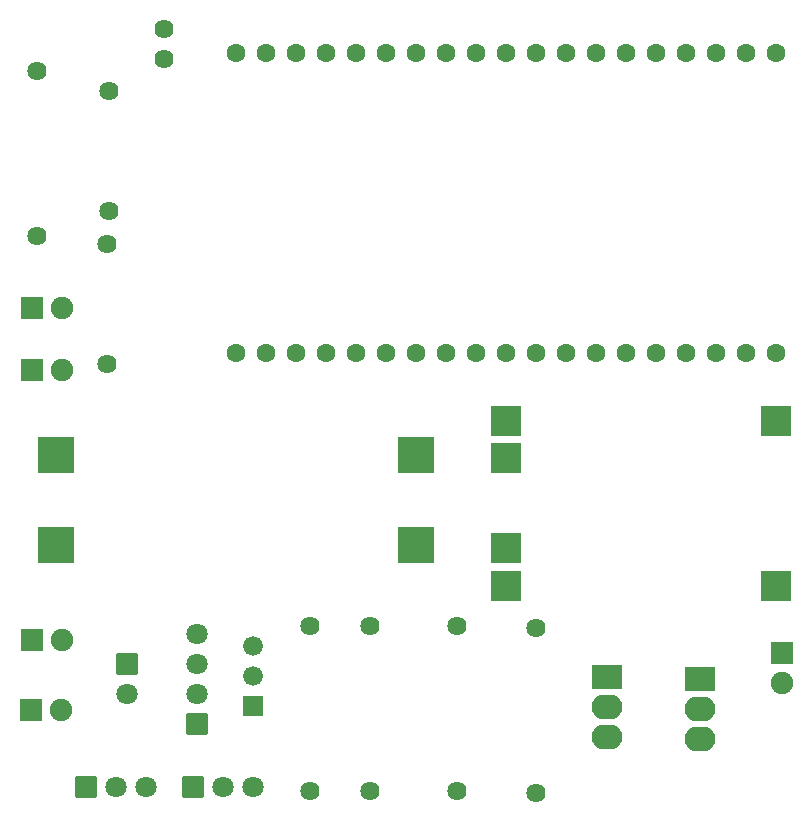
<source format=gts>
G04 Layer: TopSolderMaskLayer*
G04 EasyEDA v6.5.48, 2025-03-31 17:32:00*
G04 4a954248cc764f1c991205ffb550d634,93aebdfcfbe24d40a812e2b2de22b7a1,10*
G04 Gerber Generator version 0.2*
G04 Scale: 100 percent, Rotated: No, Reflected: No *
G04 Dimensions in millimeters *
G04 leading zeros omitted , absolute positions ,4 integer and 5 decimal *
%FSLAX45Y45*%
%MOMM*%

%AMMACRO1*4,1,8,-0.8711,-0.9008,-0.9008,-0.871,-0.9008,0.8711,-0.8711,0.9008,0.871,0.9008,0.9008,0.8711,0.9008,-0.871,0.871,-0.9008,-0.8711,-0.9008,0*%
%AMMACRO2*4,1,8,-0.9211,-0.9508,-0.9508,-0.921,-0.9508,0.9211,-0.9211,0.9508,0.921,0.9508,0.9508,0.9211,0.9508,-0.921,0.921,-0.9508,-0.9211,-0.9508,0*%
%AMMACRO3*4,1,8,-1.271,-1.3007,-1.3007,-1.271,-1.3007,1.271,-1.271,1.3007,1.271,1.3007,1.3007,1.271,1.3007,-1.271,1.271,-1.3007,-1.271,-1.3007,0*%
%AMMACRO4*4,1,8,-1.5211,-1.5508,-1.5508,-1.521,-1.5508,1.5211,-1.5211,1.5508,1.521,1.5508,1.5508,1.5211,1.5508,-1.521,1.521,-1.5508,-1.5211,-1.5508,0*%
%AMMACRO5*4,1,8,-1.2707,-1.0516,-1.3005,-1.0218,-1.3005,1.0218,-1.2707,1.0516,1.2707,1.0516,1.3005,1.0218,1.3005,-1.0218,1.2707,-1.0516,-1.2707,-1.0516,0*%
%AMMACRO6*4,1,8,-0.8085,-0.8382,-0.8382,-0.8084,-0.8382,0.8085,-0.8085,0.8382,0.8084,0.8382,0.8382,0.8085,0.8382,-0.8084,0.8084,-0.8382,-0.8085,-0.8382,0*%
%ADD10MACRO1*%
%ADD11C,1.8016*%
%ADD12C,1.9016*%
%ADD13MACRO2*%
%ADD14MACRO3*%
%ADD15MACRO4*%
%ADD16C,1.6000*%
%ADD17MACRO5*%
%ADD18O,2.601595X2.101596*%
%ADD19C,1.6240*%
%ADD20C,1.6256*%
%ADD21C,1.6764*%
%ADD22MACRO6*%

%LPD*%
D10*
G01*
X2298701Y-660401D03*
D11*
G01*
X2552700Y-660400D03*
G01*
X2806700Y-660400D03*
D12*
G01*
X1193800Y584200D03*
D13*
G01*
X939800Y584200D03*
D12*
G01*
X7289800Y215900D03*
D13*
G01*
X7289800Y469900D03*
D12*
G01*
X1181100Y-12700D03*
D13*
G01*
X927100Y-12700D03*
D12*
G01*
X1193800Y3390900D03*
D13*
G01*
X939800Y3390900D03*
D12*
G01*
X1193800Y2870200D03*
D13*
G01*
X939800Y2870200D03*
D14*
G01*
X7239000Y1041400D03*
G01*
X7239000Y2438400D03*
G01*
X4953000Y1358900D03*
G01*
X4953000Y2120900D03*
G01*
X4953000Y1041400D03*
G01*
X4953000Y2438400D03*
D15*
G01*
X4191000Y2146300D03*
G01*
X4191000Y1384300D03*
G01*
X1143000Y1384300D03*
G01*
X1143000Y2146300D03*
D16*
G01*
X2667000Y3009900D03*
G01*
X2921000Y3009900D03*
G01*
X3175000Y3009900D03*
G01*
X3429000Y3009900D03*
G01*
X3683000Y3009900D03*
G01*
X3937000Y3009900D03*
G01*
X4191000Y3009900D03*
G01*
X4445000Y3009900D03*
G01*
X4699000Y3009900D03*
G01*
X4953000Y3009900D03*
G01*
X5207000Y3009900D03*
G01*
X5461000Y3009900D03*
G01*
X5715000Y3009900D03*
G01*
X5969000Y3009900D03*
G01*
X6223000Y3009900D03*
G01*
X6477000Y3009900D03*
G01*
X6731000Y3009900D03*
G01*
X6985000Y3009900D03*
G01*
X7239000Y3009900D03*
G01*
X2667000Y5549900D03*
G01*
X2921000Y5549900D03*
G01*
X3175000Y5549900D03*
G01*
X3429000Y5549900D03*
G01*
X3683000Y5549900D03*
G01*
X3937000Y5549900D03*
G01*
X4191000Y5549900D03*
G01*
X4445000Y5549900D03*
G01*
X4699000Y5549900D03*
G01*
X4953000Y5549900D03*
G01*
X5207000Y5549900D03*
G01*
X5461000Y5549900D03*
G01*
X5715000Y5549900D03*
G01*
X5969000Y5549900D03*
G01*
X6223000Y5549900D03*
G01*
X6477000Y5549900D03*
G01*
X6731000Y5549900D03*
G01*
X6985000Y5549900D03*
G01*
X7239000Y5549900D03*
D17*
G01*
X5803900Y266700D03*
D18*
G01*
X5803900Y-241300D03*
G01*
X5803900Y12700D03*
D17*
G01*
X6591300Y254000D03*
D18*
G01*
X6591300Y-254000D03*
G01*
X6591300Y0D03*
D19*
G01*
X2057400Y5753100D03*
G01*
X2057400Y5499100D03*
D20*
G01*
X3797300Y698500D03*
G01*
X3797300Y-698500D03*
G01*
X977900Y5397500D03*
G01*
X977900Y4000500D03*
G01*
X5207000Y-711200D03*
G01*
X5207000Y685800D03*
G01*
X4533900Y-698500D03*
G01*
X4533900Y698500D03*
G01*
X3289300Y698500D03*
G01*
X3289300Y-698500D03*
G01*
X1587500Y5232374D03*
G01*
X1587500Y4216374D03*
G01*
X1574800Y3936974D03*
G01*
X1574800Y2920974D03*
D10*
G01*
X1397001Y-660401D03*
D11*
G01*
X1651000Y-660400D03*
G01*
X1905000Y-660400D03*
D10*
G01*
X1739898Y380998D03*
D11*
G01*
X1739900Y127000D03*
D21*
G01*
X2806700Y533400D03*
G01*
X2806700Y279400D03*
D22*
G01*
X2806700Y25400D03*
D10*
G01*
X2336800Y-127000D03*
D11*
G01*
X2336800Y127000D03*
G01*
X2336800Y381000D03*
G01*
X2336800Y635000D03*
M02*

</source>
